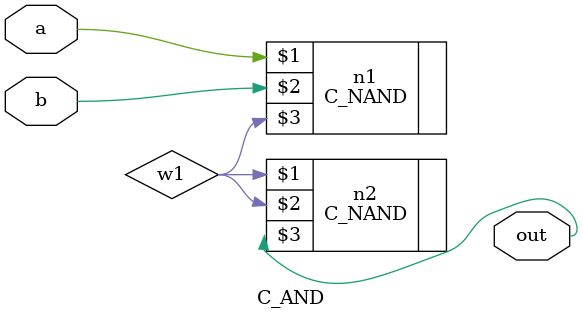
<source format=v>
module C_AND(a, b, out);
	input a, b;
	output out;
	wire w1;
	
	C_NAND n1(a, b, w1);
	C_NAND n2(w1, w1, out);
endmodule
</source>
